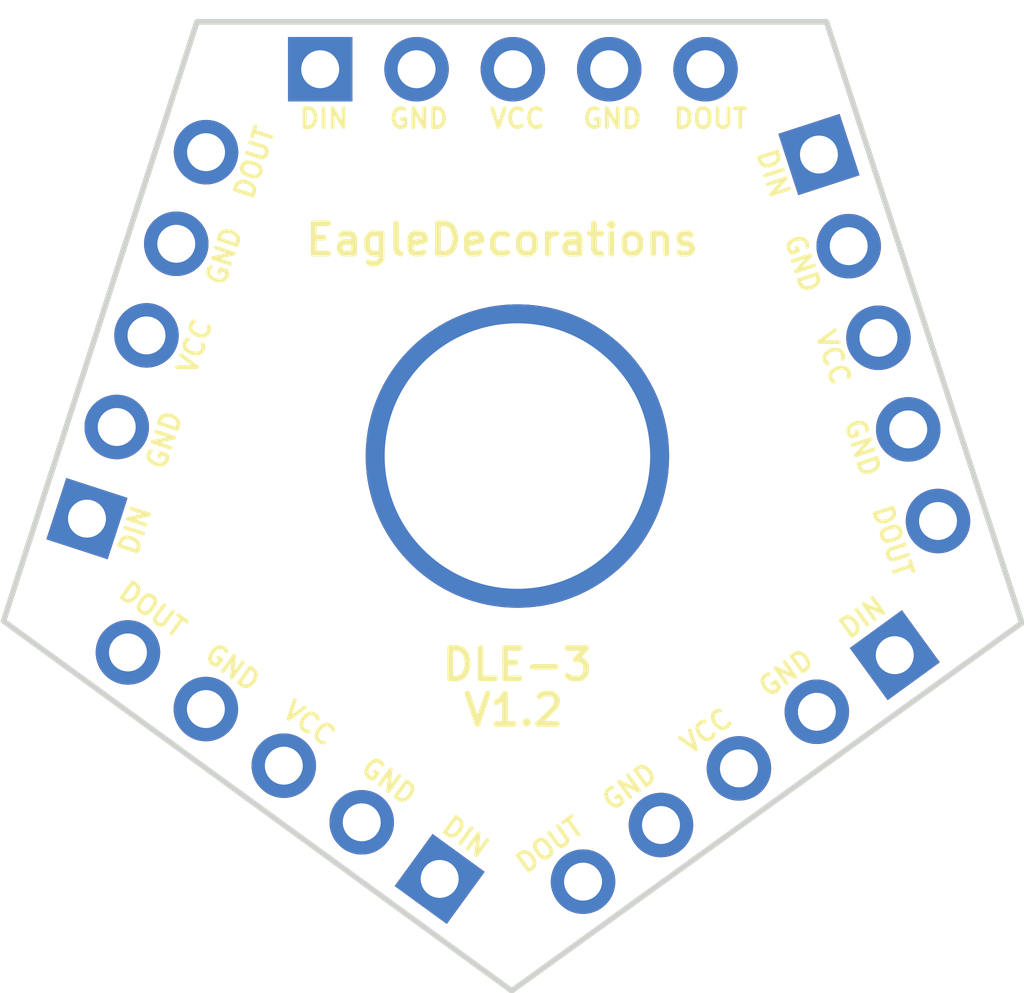
<source format=kicad_pcb>
(kicad_pcb (version 4) (host pcbnew 4.0.7)

  (general
    (links 21)
    (no_connects 21)
    (area 146.106867 80.724999 173.529656 107.125001)
    (thickness 1.6)
    (drawings 10)
    (tracks 0)
    (zones 0)
    (modules 6)
    (nets 5)
  )

  (page A)
  (layers
    (0 F.Cu signal)
    (31 B.Cu signal)
    (32 B.Adhes user)
    (33 F.Adhes user)
    (34 B.Paste user)
    (35 F.Paste user)
    (36 B.SilkS user)
    (37 F.SilkS user)
    (38 B.Mask user)
    (39 F.Mask user)
    (40 Dwgs.User user)
    (41 Cmts.User user)
    (42 Eco1.User user)
    (43 Eco2.User user)
    (44 Edge.Cuts user)
    (45 Margin user)
    (46 B.CrtYd user)
    (47 F.CrtYd user)
    (48 B.Fab user)
    (49 F.Fab user)
  )

  (setup
    (last_trace_width 0.25)
    (user_trace_width 0.5)
    (trace_clearance 0.2)
    (zone_clearance 0.508)
    (zone_45_only no)
    (trace_min 0.2)
    (segment_width 0.2)
    (edge_width 0.15)
    (via_size 0.6)
    (via_drill 0.4)
    (via_min_size 0.4)
    (via_min_drill 0.3)
    (uvia_size 0.3)
    (uvia_drill 0.1)
    (uvias_allowed no)
    (uvia_min_size 0.2)
    (uvia_min_drill 0.1)
    (pcb_text_width 0.3)
    (pcb_text_size 1.5 1.5)
    (mod_edge_width 0.15)
    (mod_text_size 1 1)
    (mod_text_width 0.15)
    (pad_size 8 8)
    (pad_drill 7)
    (pad_to_mask_clearance 0.2)
    (aux_axis_origin 0 0)
    (visible_elements 7FFFEFFF)
    (pcbplotparams
      (layerselection 0x010f0_80000001)
      (usegerberextensions false)
      (excludeedgelayer true)
      (linewidth 0.100000)
      (plotframeref false)
      (viasonmask false)
      (mode 1)
      (useauxorigin false)
      (hpglpennumber 1)
      (hpglpenspeed 20)
      (hpglpendiameter 15)
      (hpglpenoverlay 2)
      (psnegative false)
      (psa4output false)
      (plotreference true)
      (plotvalue true)
      (plotinvisibletext false)
      (padsonsilk false)
      (subtractmaskfromsilk false)
      (outputformat 1)
      (mirror false)
      (drillshape 0)
      (scaleselection 1)
      (outputdirectory Gerbers/))
  )

  (net 0 "")
  (net 1 /VCC)
  (net 2 /GND)
  (net 3 /DOUT)
  (net 4 /DIN)

  (net_class Default "This is the default net class."
    (clearance 0.2)
    (trace_width 0.25)
    (via_dia 0.6)
    (via_drill 0.4)
    (uvia_dia 0.3)
    (uvia_drill 0.1)
    (add_net /DIN)
    (add_net /DOUT)
    (add_net /GND)
    (add_net /VCC)
  )

  (module Connectors:1pin (layer F.Cu) (tedit 5A8C506D) (tstamp 5A8C5D14)
    (at 159.95 92.95)
    (descr "module 1 pin (ou trou mecanique de percage)")
    (tags DEV)
    (fp_text reference " " (at 0 -3.048) (layer F.SilkS)
      (effects (font (size 1 1) (thickness 0.15)))
    )
    (fp_text value 1pin (at 0 3) (layer F.Fab)
      (effects (font (size 1 1) (thickness 0.15)))
    )
    (fp_circle (center 0 0) (end 2 0.8) (layer F.Fab) (width 0.1))
    (pad 1 thru_hole circle (at 0 0) (size 8 8) (drill 7) (layers *.Cu))
  )

  (module SmallHeader:Pin_Header_Straight_1x05_Pitch2.54mm (layer F.Cu) (tedit 5A61258E) (tstamp 5A4D6E23)
    (at 169.9 98.2 306)
    (descr "Through hole straight pin header, 1x05, 2.54mm pitch, single row")
    (tags "Through hole pin header THT 1x05 2.54mm single row")
    (path /5A4CFF32)
    (fp_text reference " " (at 0 -2.33 306) (layer F.SilkS)
      (effects (font (size 1 1) (thickness 0.15)))
    )
    (fp_text value " " (at 0 12.49 306) (layer F.Fab)
      (effects (font (size 1 1) (thickness 0.15)))
    )
    (fp_line (start -1.275 -1.275) (end 1.275 -1.275) (layer F.Fab) (width 0.1))
    (fp_line (start -1.275 1.4) (end -1.275 -1.275) (layer F.Fab) (width 0.1))
    (fp_text user GND (at -1.3 2.6 396) (layer F.SilkS)
      (effects (font (size 0.5 0.5) (thickness 0.1)))
    )
    (fp_text user DOUT (at -1.3 10.3 396) (layer F.SilkS)
      (effects (font (size 0.5 0.5) (thickness 0.1)))
    )
    (fp_text user GND (at -1.3 7.7 396) (layer F.SilkS)
      (effects (font (size 0.5 0.5) (thickness 0.1)))
    )
    (fp_text user DIN (at -1.3 0.1 396) (layer F.SilkS)
      (effects (font (size 0.5 0.5) (thickness 0.1)))
    )
    (fp_text user VCC (at -1.3 5.2 396) (layer F.SilkS)
      (effects (font (size 0.5 0.5) (thickness 0.1)))
    )
    (fp_line (start -0.635 -1.27) (end 1.27 -1.27) (layer F.Fab) (width 0.1))
    (fp_line (start 1.27 -1.27) (end 1.27 11.43) (layer F.Fab) (width 0.1))
    (fp_line (start 1.27 11.43) (end -1.27 11.43) (layer F.Fab) (width 0.1))
    (fp_line (start -1.27 11.43) (end -1.27 -0.635) (layer F.Fab) (width 0.1))
    (fp_line (start -1.8 -1.8) (end -1.8 11.95) (layer F.CrtYd) (width 0.05))
    (fp_line (start -1.8 11.95) (end 1.8 11.95) (layer F.CrtYd) (width 0.05))
    (fp_line (start 1.8 11.95) (end 1.8 -1.8) (layer F.CrtYd) (width 0.05))
    (fp_line (start 1.8 -1.8) (end -1.8 -1.8) (layer F.CrtYd) (width 0.05))
    (fp_text user %R (at 0 5.08 396) (layer F.Fab)
      (effects (font (size 1 1) (thickness 0.15)))
    )
    (pad 1 thru_hole rect (at 0 0 306) (size 1.7 1.7) (drill 1) (layers *.Cu *.Mask)
      (net 4 /DIN))
    (pad 2 thru_hole oval (at 0 2.54 306) (size 1.7 1.7) (drill 1) (layers *.Cu *.Mask)
      (net 2 /GND))
    (pad 3 thru_hole oval (at 0 5.08 306) (size 1.7 1.7) (drill 1) (layers *.Cu *.Mask)
      (net 1 /VCC))
    (pad 4 thru_hole oval (at 0 7.62 306) (size 1.7 1.7) (drill 1) (layers *.Cu *.Mask)
      (net 2 /GND))
    (pad 5 thru_hole oval (at 0 10.16 306) (size 1.7 1.7) (drill 1) (layers *.Cu *.Mask)
      (net 3 /DOUT))
    (model ${KISYS3DMOD}/Pin_Headers.3dshapes/Pin_Header_Straight_1x05_Pitch2.54mm.wrl
      (at (xyz 0 0 0))
      (scale (xyz 1 1 1))
      (rotate (xyz 0 0 0))
    )
  )

  (module SmallHeader:Pin_Header_Straight_1x05_Pitch2.54mm (layer F.Cu) (tedit 5A61258E) (tstamp 5A4D6E33)
    (at 157.9 104.1 234)
    (descr "Through hole straight pin header, 1x05, 2.54mm pitch, single row")
    (tags "Through hole pin header THT 1x05 2.54mm single row")
    (path /5A4CFF95)
    (fp_text reference " " (at 0 -2.33 234) (layer F.SilkS)
      (effects (font (size 1 1) (thickness 0.15)))
    )
    (fp_text value " " (at 0 12.49 234) (layer F.Fab)
      (effects (font (size 1 1) (thickness 0.15)))
    )
    (fp_line (start -1.275 -1.275) (end 1.275 -1.275) (layer F.Fab) (width 0.1))
    (fp_line (start -1.275 1.4) (end -1.275 -1.275) (layer F.Fab) (width 0.1))
    (fp_text user GND (at -1.3 2.6 324) (layer F.SilkS)
      (effects (font (size 0.5 0.5) (thickness 0.1)))
    )
    (fp_text user DOUT (at -1.3 10.3 324) (layer F.SilkS)
      (effects (font (size 0.5 0.5) (thickness 0.1)))
    )
    (fp_text user GND (at -1.3 7.7 324) (layer F.SilkS)
      (effects (font (size 0.5 0.5) (thickness 0.1)))
    )
    (fp_text user DIN (at -1.3 0.1 324) (layer F.SilkS)
      (effects (font (size 0.5 0.5) (thickness 0.1)))
    )
    (fp_text user VCC (at -1.3 5.2 324) (layer F.SilkS)
      (effects (font (size 0.5 0.5) (thickness 0.1)))
    )
    (fp_line (start -0.635 -1.27) (end 1.27 -1.27) (layer F.Fab) (width 0.1))
    (fp_line (start 1.27 -1.27) (end 1.27 11.43) (layer F.Fab) (width 0.1))
    (fp_line (start 1.27 11.43) (end -1.27 11.43) (layer F.Fab) (width 0.1))
    (fp_line (start -1.27 11.43) (end -1.27 -0.635) (layer F.Fab) (width 0.1))
    (fp_line (start -1.8 -1.8) (end -1.8 11.95) (layer F.CrtYd) (width 0.05))
    (fp_line (start -1.8 11.95) (end 1.8 11.95) (layer F.CrtYd) (width 0.05))
    (fp_line (start 1.8 11.95) (end 1.8 -1.8) (layer F.CrtYd) (width 0.05))
    (fp_line (start 1.8 -1.8) (end -1.8 -1.8) (layer F.CrtYd) (width 0.05))
    (fp_text user %R (at 0 5.08 324) (layer F.Fab)
      (effects (font (size 1 1) (thickness 0.15)))
    )
    (pad 1 thru_hole rect (at 0 0 234) (size 1.7 1.7) (drill 1) (layers *.Cu *.Mask)
      (net 4 /DIN))
    (pad 2 thru_hole oval (at 0 2.54 234) (size 1.7 1.7) (drill 1) (layers *.Cu *.Mask)
      (net 2 /GND))
    (pad 3 thru_hole oval (at 0 5.08 234) (size 1.7 1.7) (drill 1) (layers *.Cu *.Mask)
      (net 1 /VCC))
    (pad 4 thru_hole oval (at 0 7.62 234) (size 1.7 1.7) (drill 1) (layers *.Cu *.Mask)
      (net 2 /GND))
    (pad 5 thru_hole oval (at 0 10.16 234) (size 1.7 1.7) (drill 1) (layers *.Cu *.Mask)
      (net 3 /DOUT))
    (model ${KISYS3DMOD}/Pin_Headers.3dshapes/Pin_Header_Straight_1x05_Pitch2.54mm.wrl
      (at (xyz 0 0 0))
      (scale (xyz 1 1 1))
      (rotate (xyz 0 0 0))
    )
  )

  (module SmallHeader:Pin_Header_Straight_1x05_Pitch2.54mm (layer F.Cu) (tedit 5A61258E) (tstamp 5A4D6E1B)
    (at 154.75 82.75 90)
    (descr "Through hole straight pin header, 1x05, 2.54mm pitch, single row")
    (tags "Through hole pin header THT 1x05 2.54mm single row")
    (path /5A4CFE42)
    (fp_text reference " " (at 0 -2.33 90) (layer F.SilkS)
      (effects (font (size 1 1) (thickness 0.15)))
    )
    (fp_text value " " (at 0 12.49 90) (layer F.Fab)
      (effects (font (size 1 1) (thickness 0.15)))
    )
    (fp_line (start -1.275 -1.275) (end 1.275 -1.275) (layer F.Fab) (width 0.1))
    (fp_line (start -1.275 1.4) (end -1.275 -1.275) (layer F.Fab) (width 0.1))
    (fp_text user GND (at -1.3 2.6 180) (layer F.SilkS)
      (effects (font (size 0.5 0.5) (thickness 0.1)))
    )
    (fp_text user DOUT (at -1.3 10.3 180) (layer F.SilkS)
      (effects (font (size 0.5 0.5) (thickness 0.1)))
    )
    (fp_text user GND (at -1.3 7.7 180) (layer F.SilkS)
      (effects (font (size 0.5 0.5) (thickness 0.1)))
    )
    (fp_text user DIN (at -1.3 0.1 180) (layer F.SilkS)
      (effects (font (size 0.5 0.5) (thickness 0.1)))
    )
    (fp_text user VCC (at -1.3 5.2 180) (layer F.SilkS)
      (effects (font (size 0.5 0.5) (thickness 0.1)))
    )
    (fp_line (start -0.635 -1.27) (end 1.27 -1.27) (layer F.Fab) (width 0.1))
    (fp_line (start 1.27 -1.27) (end 1.27 11.43) (layer F.Fab) (width 0.1))
    (fp_line (start 1.27 11.43) (end -1.27 11.43) (layer F.Fab) (width 0.1))
    (fp_line (start -1.27 11.43) (end -1.27 -0.635) (layer F.Fab) (width 0.1))
    (fp_line (start -1.8 -1.8) (end -1.8 11.95) (layer F.CrtYd) (width 0.05))
    (fp_line (start -1.8 11.95) (end 1.8 11.95) (layer F.CrtYd) (width 0.05))
    (fp_line (start 1.8 11.95) (end 1.8 -1.8) (layer F.CrtYd) (width 0.05))
    (fp_line (start 1.8 -1.8) (end -1.8 -1.8) (layer F.CrtYd) (width 0.05))
    (fp_text user %R (at 0 5.08 180) (layer F.Fab)
      (effects (font (size 1 1) (thickness 0.15)))
    )
    (pad 1 thru_hole rect (at 0 0 90) (size 1.7 1.7) (drill 1) (layers *.Cu *.Mask)
      (net 4 /DIN))
    (pad 2 thru_hole oval (at 0 2.54 90) (size 1.7 1.7) (drill 1) (layers *.Cu *.Mask)
      (net 2 /GND))
    (pad 3 thru_hole oval (at 0 5.08 90) (size 1.7 1.7) (drill 1) (layers *.Cu *.Mask)
      (net 1 /VCC))
    (pad 4 thru_hole oval (at 0 7.62 90) (size 1.7 1.7) (drill 1) (layers *.Cu *.Mask)
      (net 2 /GND))
    (pad 5 thru_hole oval (at 0 10.16 90) (size 1.7 1.7) (drill 1) (layers *.Cu *.Mask)
      (net 3 /DOUT))
    (model ${KISYS3DMOD}/Pin_Headers.3dshapes/Pin_Header_Straight_1x05_Pitch2.54mm.wrl
      (at (xyz 0 0 0))
      (scale (xyz 1 1 1))
      (rotate (xyz 0 0 0))
    )
  )

  (module SmallHeader:Pin_Header_Straight_1x05_Pitch2.54mm (layer F.Cu) (tedit 5A61258E) (tstamp 5A4D6E2B)
    (at 167.9 85 18)
    (descr "Through hole straight pin header, 1x05, 2.54mm pitch, single row")
    (tags "Through hole pin header THT 1x05 2.54mm single row")
    (path /5A4CFF68)
    (fp_text reference " " (at 0 -2.33 18) (layer F.SilkS)
      (effects (font (size 1 1) (thickness 0.15)))
    )
    (fp_text value " " (at 0 12.49 18) (layer F.Fab)
      (effects (font (size 1 1) (thickness 0.15)))
    )
    (fp_line (start -1.275 -1.275) (end 1.275 -1.275) (layer F.Fab) (width 0.1))
    (fp_line (start -1.275 1.4) (end -1.275 -1.275) (layer F.Fab) (width 0.1))
    (fp_text user GND (at -1.3 2.6 108) (layer F.SilkS)
      (effects (font (size 0.5 0.5) (thickness 0.1)))
    )
    (fp_text user DOUT (at -1.3 10.3 108) (layer F.SilkS)
      (effects (font (size 0.5 0.5) (thickness 0.1)))
    )
    (fp_text user GND (at -1.3 7.7 108) (layer F.SilkS)
      (effects (font (size 0.5 0.5) (thickness 0.1)))
    )
    (fp_text user DIN (at -1.3 0.1 108) (layer F.SilkS)
      (effects (font (size 0.5 0.5) (thickness 0.1)))
    )
    (fp_text user VCC (at -1.3 5.2 108) (layer F.SilkS)
      (effects (font (size 0.5 0.5) (thickness 0.1)))
    )
    (fp_line (start -0.635 -1.27) (end 1.27 -1.27) (layer F.Fab) (width 0.1))
    (fp_line (start 1.27 -1.27) (end 1.27 11.43) (layer F.Fab) (width 0.1))
    (fp_line (start 1.27 11.43) (end -1.27 11.43) (layer F.Fab) (width 0.1))
    (fp_line (start -1.27 11.43) (end -1.27 -0.635) (layer F.Fab) (width 0.1))
    (fp_line (start -1.8 -1.8) (end -1.8 11.95) (layer F.CrtYd) (width 0.05))
    (fp_line (start -1.8 11.95) (end 1.8 11.95) (layer F.CrtYd) (width 0.05))
    (fp_line (start 1.8 11.95) (end 1.8 -1.8) (layer F.CrtYd) (width 0.05))
    (fp_line (start 1.8 -1.8) (end -1.8 -1.8) (layer F.CrtYd) (width 0.05))
    (fp_text user %R (at 0 5.08 108) (layer F.Fab)
      (effects (font (size 1 1) (thickness 0.15)))
    )
    (pad 1 thru_hole rect (at 0 0 18) (size 1.7 1.7) (drill 1) (layers *.Cu *.Mask)
      (net 4 /DIN))
    (pad 2 thru_hole oval (at 0 2.54 18) (size 1.7 1.7) (drill 1) (layers *.Cu *.Mask)
      (net 2 /GND))
    (pad 3 thru_hole oval (at 0 5.08 18) (size 1.7 1.7) (drill 1) (layers *.Cu *.Mask)
      (net 1 /VCC))
    (pad 4 thru_hole oval (at 0 7.62 18) (size 1.7 1.7) (drill 1) (layers *.Cu *.Mask)
      (net 2 /GND))
    (pad 5 thru_hole oval (at 0 10.16 18) (size 1.7 1.7) (drill 1) (layers *.Cu *.Mask)
      (net 3 /DOUT))
    (model ${KISYS3DMOD}/Pin_Headers.3dshapes/Pin_Header_Straight_1x05_Pitch2.54mm.wrl
      (at (xyz 0 0 0))
      (scale (xyz 1 1 1))
      (rotate (xyz 0 0 0))
    )
  )

  (module SmallHeader:Pin_Header_Straight_1x05_Pitch2.54mm (layer F.Cu) (tedit 5A61258E) (tstamp 5A4D6E3B)
    (at 148.6 94.6 162)
    (descr "Through hole straight pin header, 1x05, 2.54mm pitch, single row")
    (tags "Through hole pin header THT 1x05 2.54mm single row")
    (path /5A4CFF73)
    (fp_text reference " " (at 0 -2.33 162) (layer F.SilkS)
      (effects (font (size 1 1) (thickness 0.15)))
    )
    (fp_text value " " (at 0 12.49 162) (layer F.Fab)
      (effects (font (size 1 1) (thickness 0.15)))
    )
    (fp_line (start -1.275 -1.275) (end 1.275 -1.275) (layer F.Fab) (width 0.1))
    (fp_line (start -1.275 1.4) (end -1.275 -1.275) (layer F.Fab) (width 0.1))
    (fp_text user GND (at -1.3 2.6 252) (layer F.SilkS)
      (effects (font (size 0.5 0.5) (thickness 0.1)))
    )
    (fp_text user DOUT (at -1.3 10.3 252) (layer F.SilkS)
      (effects (font (size 0.5 0.5) (thickness 0.1)))
    )
    (fp_text user GND (at -1.3 7.7 252) (layer F.SilkS)
      (effects (font (size 0.5 0.5) (thickness 0.1)))
    )
    (fp_text user DIN (at -1.3 0.1 252) (layer F.SilkS)
      (effects (font (size 0.5 0.5) (thickness 0.1)))
    )
    (fp_text user VCC (at -1.3 5.2 252) (layer F.SilkS)
      (effects (font (size 0.5 0.5) (thickness 0.1)))
    )
    (fp_line (start -0.635 -1.27) (end 1.27 -1.27) (layer F.Fab) (width 0.1))
    (fp_line (start 1.27 -1.27) (end 1.27 11.43) (layer F.Fab) (width 0.1))
    (fp_line (start 1.27 11.43) (end -1.27 11.43) (layer F.Fab) (width 0.1))
    (fp_line (start -1.27 11.43) (end -1.27 -0.635) (layer F.Fab) (width 0.1))
    (fp_line (start -1.8 -1.8) (end -1.8 11.95) (layer F.CrtYd) (width 0.05))
    (fp_line (start -1.8 11.95) (end 1.8 11.95) (layer F.CrtYd) (width 0.05))
    (fp_line (start 1.8 11.95) (end 1.8 -1.8) (layer F.CrtYd) (width 0.05))
    (fp_line (start 1.8 -1.8) (end -1.8 -1.8) (layer F.CrtYd) (width 0.05))
    (fp_text user %R (at 0 5.08 252) (layer F.Fab)
      (effects (font (size 1 1) (thickness 0.15)))
    )
    (pad 1 thru_hole rect (at 0 0 162) (size 1.7 1.7) (drill 1) (layers *.Cu *.Mask)
      (net 4 /DIN))
    (pad 2 thru_hole oval (at 0 2.54 162) (size 1.7 1.7) (drill 1) (layers *.Cu *.Mask)
      (net 2 /GND))
    (pad 3 thru_hole oval (at 0 5.08 162) (size 1.7 1.7) (drill 1) (layers *.Cu *.Mask)
      (net 1 /VCC))
    (pad 4 thru_hole oval (at 0 7.62 162) (size 1.7 1.7) (drill 1) (layers *.Cu *.Mask)
      (net 2 /GND))
    (pad 5 thru_hole oval (at 0 10.16 162) (size 1.7 1.7) (drill 1) (layers *.Cu *.Mask)
      (net 3 /DOUT))
    (model ${KISYS3DMOD}/Pin_Headers.3dshapes/Pin_Header_Straight_1x05_Pitch2.54mm.wrl
      (at (xyz 0 0 0))
      (scale (xyz 1 1 1))
      (rotate (xyz 0 0 0))
    )
  )

  (gr_text EagleDecorations (at 159.55 87.25) (layer F.SilkS)
    (effects (font (size 0.8 0.8) (thickness 0.15)))
  )
  (gr_line (start 151.5 81.5) (end 146.4 97.3) (angle 90) (layer Edge.Cuts) (width 0.15))
  (gr_line (start 168.1 81.5) (end 151.5 81.5) (angle 90) (layer Edge.Cuts) (width 0.15))
  (gr_line (start 173.25 97.35) (end 168.1 81.5) (angle 90) (layer Edge.Cuts) (width 0.15))
  (gr_line (start 159.8 107.05) (end 173.25 97.35) (angle 90) (layer Edge.Cuts) (width 0.15))
  (gr_line (start 146.4 97.3) (end 159.8 107.05) (angle 90) (layer Edge.Cuts) (width 0.15))
  (gr_circle (center 159.9184 92.98432) (end 159.59328 92.63888) (layer F.SilkS) (width 0.2))
  (gr_text V1.2 (at 159.85 99.65) (layer F.SilkS)
    (effects (font (size 0.8 0.8) (thickness 0.15)))
  )
  (gr_text DLE-3 (at 159.95 98.45) (layer F.SilkS)
    (effects (font (size 0.8 0.8) (thickness 0.15)))
  )
  (gr_line (start 146.404628 97.295691) (end 150.7705 83.85892) (layer Edge.Cuts) (width 0.1))

)

</source>
